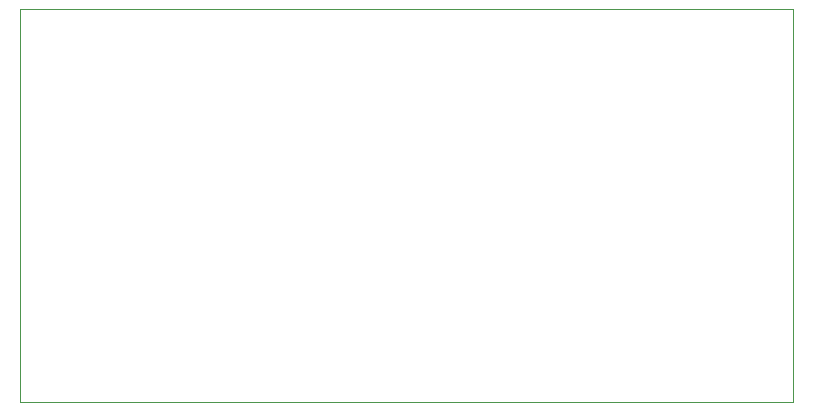
<source format=gbr>
%TF.GenerationSoftware,KiCad,Pcbnew,8.0.6*%
%TF.CreationDate,2025-01-01T08:23:19-05:00*%
%TF.ProjectId,ge-psu,67652d70-7375-42e6-9b69-6361645f7063,rev?*%
%TF.SameCoordinates,Original*%
%TF.FileFunction,Profile,NP*%
%FSLAX46Y46*%
G04 Gerber Fmt 4.6, Leading zero omitted, Abs format (unit mm)*
G04 Created by KiCad (PCBNEW 8.0.6) date 2025-01-01 08:23:19*
%MOMM*%
%LPD*%
G01*
G04 APERTURE LIST*
%TA.AperFunction,Profile*%
%ADD10C,0.050000*%
%TD*%
G04 APERTURE END LIST*
D10*
X114046000Y-55118000D02*
X179527200Y-55118000D01*
X179527200Y-88341200D01*
X114046000Y-88341200D01*
X114046000Y-55118000D01*
M02*

</source>
